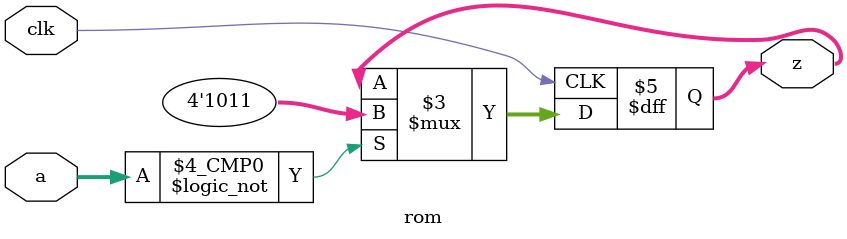
<source format=v>
`timescale 1ns / 1ps


module rom(
    (* synthesis, rom_block = "ROM_BLOCK XYZ01" *)
    output reg [3:0] z ,
    input clk,
    input wire [2:0] a); // address? 8 deep memory
    always@(posedge clk) begin // @(a)
        case (a)
            3'b000: z=4'b1011;
            
        endcase
    end
endmodule

</source>
